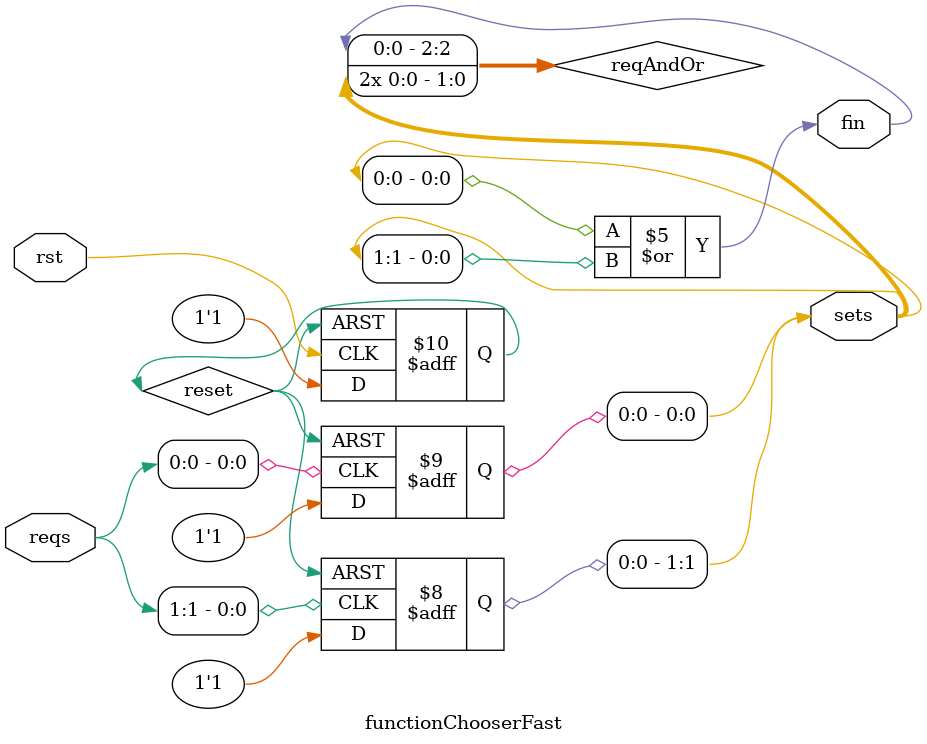
<source format=v>
`timescale 1ns / 1ps

module functionChooserFast #(parameter N=2) (reqs,sets,fin,rst);
input [N-1:0] reqs;
output reg [N-1:0] sets=0;
output wire fin;
input rst;

reg reset=1'b0;
wire [N:0] reqAndOr;

assign reqAndOr[0]=sets[0];
assign fin=reqAndOr[N];

always@(posedge rst or posedge reset) begin
    if(reset) reset<=1'b0;
    else reset<=1'b1;
end

genvar i;
generate
for(i=0;i<N;i=i+1)
begin:chooseFaster1
    always@(posedge reqs[i] or posedge reset) begin
        if(reset) sets[i]<=1'b0;
        else sets[i]<=1'b1;
    end
    assign reqAndOr[i+1]=reqAndOr[i]|sets[i];
end
endgenerate


endmodule

</source>
